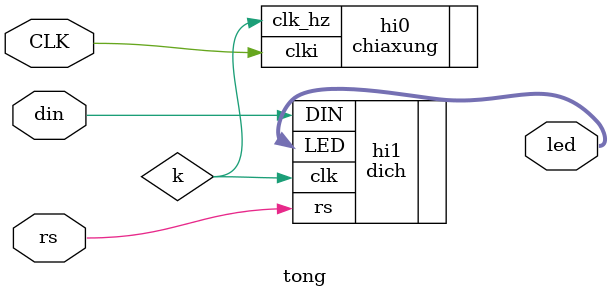
<source format=v>
`timescale 1ns / 1ps
module tong(
input CLK,rs,din,
output [7:0]led
    );
	 wire k;
chiaxung hi0 (.clki(CLK),.clk_hz(k));
dich     hi1 (.clk(k),.rs(rs),.DIN(din),.LED(led));

endmodule

</source>
